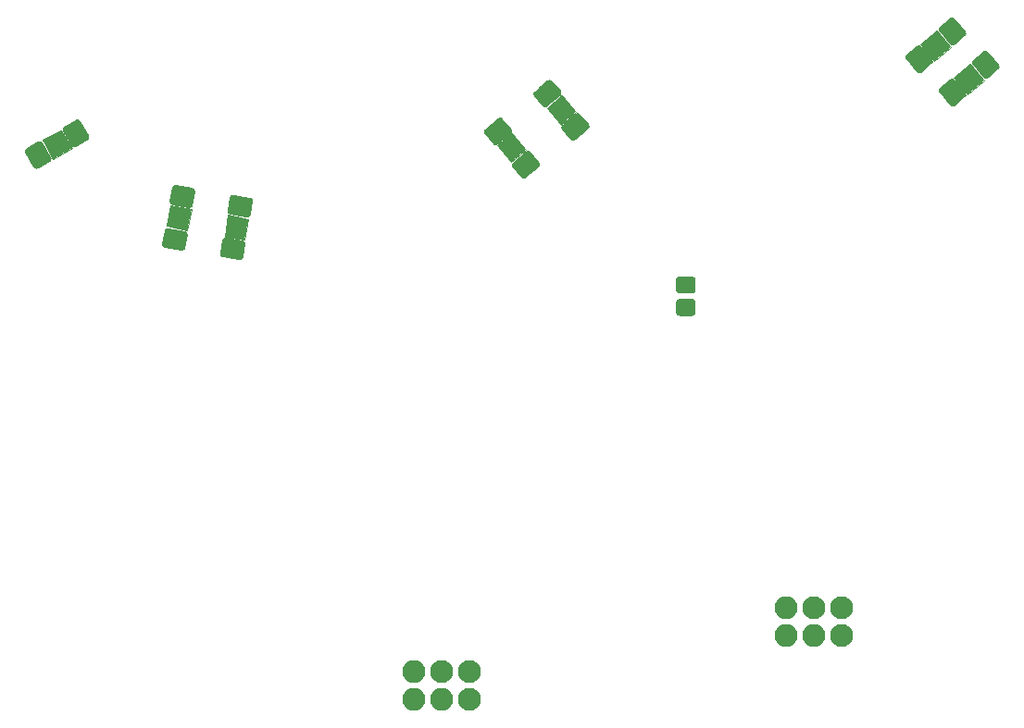
<source format=gbr>
G04 #@! TF.GenerationSoftware,KiCad,Pcbnew,(5.1.2)-1*
G04 #@! TF.CreationDate,2019-06-03T17:34:52+01:00*
G04 #@! TF.ProjectId,Lord Commander,4c6f7264-2043-46f6-9d6d-616e6465722e,rev?*
G04 #@! TF.SameCoordinates,Original*
G04 #@! TF.FileFunction,Soldermask,Bot*
G04 #@! TF.FilePolarity,Negative*
%FSLAX46Y46*%
G04 Gerber Fmt 4.6, Leading zero omitted, Abs format (unit mm)*
G04 Created by KiCad (PCBNEW (5.1.2)-1) date 2019-06-03 17:34:52*
%MOMM*%
%LPD*%
G04 APERTURE LIST*
%ADD10C,0.100000*%
%ADD11C,2.100000*%
%ADD12O,2.100000X2.100000*%
%ADD13C,1.825000*%
%ADD14C,1.550000*%
G04 APERTURE END LIST*
D10*
G36*
X-40894000Y9779000D02*
G01*
X-42672000Y8763000D01*
X-43561000Y10541000D01*
X-41910000Y11430000D01*
X-40894000Y9779000D01*
G37*
X-40894000Y9779000D02*
X-42672000Y8763000D01*
X-43561000Y10541000D01*
X-41910000Y11430000D01*
X-40894000Y9779000D01*
G36*
X-29972000Y4191000D02*
G01*
X-30353000Y2286000D01*
X-32258000Y2667000D01*
X-31877000Y4572000D01*
X-29972000Y4191000D01*
G37*
X-29972000Y4191000D02*
X-30353000Y2286000D01*
X-32258000Y2667000D01*
X-31877000Y4572000D01*
X-29972000Y4191000D01*
G36*
X-24765000Y3302000D02*
G01*
X-25146000Y1397000D01*
X-26924000Y1651000D01*
X-26670000Y3683000D01*
X-24765000Y3302000D01*
G37*
X-24765000Y3302000D02*
X-25146000Y1397000D01*
X-26924000Y1651000D01*
X-26670000Y3683000D01*
X-24765000Y3302000D01*
G36*
X635000Y9652000D02*
G01*
X-762000Y8509000D01*
X-2032000Y10033000D01*
X-635000Y11176000D01*
X635000Y9652000D01*
G37*
X635000Y9652000D02*
X-762000Y8509000D01*
X-2032000Y10033000D01*
X-635000Y11176000D01*
X635000Y9652000D01*
G36*
X5207000Y13081000D02*
G01*
X3810000Y11938000D01*
X2540000Y13462000D01*
X3937000Y14605000D01*
X5207000Y13081000D01*
G37*
X5207000Y13081000D02*
X3810000Y11938000D01*
X2540000Y13462000D01*
X3937000Y14605000D01*
X5207000Y13081000D01*
G36*
X39497000Y19050000D02*
G01*
X37973000Y17780000D01*
X36703000Y19304000D01*
X38227000Y20574000D01*
X39497000Y19050000D01*
G37*
X39497000Y19050000D02*
X37973000Y17780000D01*
X36703000Y19304000D01*
X38227000Y20574000D01*
X39497000Y19050000D01*
G36*
X42545000Y16002000D02*
G01*
X41021000Y14732000D01*
X39751000Y16256000D01*
X41275000Y17526000D01*
X42545000Y16002000D01*
G37*
X42545000Y16002000D02*
X41021000Y14732000D01*
X39751000Y16256000D01*
X41275000Y17526000D01*
X42545000Y16002000D01*
D11*
X26924000Y-32258000D03*
X29464000Y-32258000D03*
X29464000Y-34798000D03*
D12*
X26924000Y-34798000D03*
X24384000Y-32258000D03*
X24384000Y-34798000D03*
X-9652000Y-40640000D03*
X-9652000Y-38100000D03*
X-7112000Y-40640000D03*
D11*
X-4572000Y-40640000D03*
X-4572000Y-38100000D03*
X-7112000Y-38100000D03*
D10*
G36*
X42667002Y18710197D02*
G01*
X42698053Y18705936D01*
X42728537Y18698653D01*
X42758161Y18688417D01*
X42786638Y18675326D01*
X42813695Y18659507D01*
X42839071Y18641113D01*
X42862522Y18620319D01*
X42883823Y18597327D01*
X43855235Y17439642D01*
X43874178Y17414673D01*
X43890584Y17387968D01*
X43904292Y17359783D01*
X43915172Y17330390D01*
X43923119Y17300072D01*
X43928056Y17269121D01*
X43929935Y17237836D01*
X43928739Y17206516D01*
X43924478Y17175465D01*
X43917195Y17144981D01*
X43906959Y17115358D01*
X43893868Y17086881D01*
X43878049Y17059824D01*
X43859654Y17034448D01*
X43838861Y17010996D01*
X43815869Y16989697D01*
X42907149Y16227190D01*
X42882180Y16208246D01*
X42855475Y16191840D01*
X42827290Y16178132D01*
X42797897Y16167252D01*
X42767579Y16159305D01*
X42736628Y16154368D01*
X42705343Y16152489D01*
X42674024Y16153685D01*
X42642973Y16157946D01*
X42612489Y16165229D01*
X42582865Y16175465D01*
X42554388Y16188556D01*
X42527331Y16204375D01*
X42501955Y16222769D01*
X42478504Y16243563D01*
X42457203Y16266555D01*
X41485791Y17424240D01*
X41466848Y17449209D01*
X41450442Y17475914D01*
X41436734Y17504099D01*
X41425854Y17533492D01*
X41417907Y17563810D01*
X41412970Y17594761D01*
X41411091Y17626046D01*
X41412287Y17657366D01*
X41416548Y17688417D01*
X41423831Y17718901D01*
X41434067Y17748524D01*
X41447158Y17777001D01*
X41462977Y17804058D01*
X41481372Y17829434D01*
X41502165Y17852886D01*
X41525157Y17874185D01*
X42433877Y18636692D01*
X42458846Y18655636D01*
X42485551Y18672042D01*
X42513736Y18685750D01*
X42543129Y18696630D01*
X42573447Y18704577D01*
X42604398Y18709514D01*
X42635683Y18711393D01*
X42667002Y18710197D01*
X42667002Y18710197D01*
G37*
D13*
X42670513Y17431941D03*
D10*
G36*
X39621976Y16155115D02*
G01*
X39653027Y16150854D01*
X39683511Y16143571D01*
X39713135Y16133335D01*
X39741612Y16120244D01*
X39768669Y16104425D01*
X39794045Y16086031D01*
X39817496Y16065237D01*
X39838797Y16042245D01*
X40810209Y14884560D01*
X40829152Y14859591D01*
X40845558Y14832886D01*
X40859266Y14804701D01*
X40870146Y14775308D01*
X40878093Y14744990D01*
X40883030Y14714039D01*
X40884909Y14682754D01*
X40883713Y14651434D01*
X40879452Y14620383D01*
X40872169Y14589899D01*
X40861933Y14560276D01*
X40848842Y14531799D01*
X40833023Y14504742D01*
X40814628Y14479366D01*
X40793835Y14455914D01*
X40770843Y14434615D01*
X39862123Y13672108D01*
X39837154Y13653164D01*
X39810449Y13636758D01*
X39782264Y13623050D01*
X39752871Y13612170D01*
X39722553Y13604223D01*
X39691602Y13599286D01*
X39660317Y13597407D01*
X39628998Y13598603D01*
X39597947Y13602864D01*
X39567463Y13610147D01*
X39537839Y13620383D01*
X39509362Y13633474D01*
X39482305Y13649293D01*
X39456929Y13667687D01*
X39433478Y13688481D01*
X39412177Y13711473D01*
X38440765Y14869158D01*
X38421822Y14894127D01*
X38405416Y14920832D01*
X38391708Y14949017D01*
X38380828Y14978410D01*
X38372881Y15008728D01*
X38367944Y15039679D01*
X38366065Y15070964D01*
X38367261Y15102284D01*
X38371522Y15133335D01*
X38378805Y15163819D01*
X38389041Y15193442D01*
X38402132Y15221919D01*
X38417951Y15248976D01*
X38436346Y15274352D01*
X38457139Y15297804D01*
X38480131Y15319103D01*
X39388851Y16081610D01*
X39413820Y16100554D01*
X39440525Y16116960D01*
X39468710Y16130668D01*
X39498103Y16141548D01*
X39528421Y16149495D01*
X39559372Y16154432D01*
X39590657Y16156311D01*
X39621976Y16155115D01*
X39621976Y16155115D01*
G37*
D13*
X39625487Y14876859D03*
D10*
G36*
X-43830089Y10435894D02*
G01*
X-43798952Y10432312D01*
X-43768317Y10425696D01*
X-43738477Y10416108D01*
X-43709721Y10403642D01*
X-43682325Y10388417D01*
X-43656554Y10370580D01*
X-43632655Y10350303D01*
X-43610858Y10327782D01*
X-43591374Y10303232D01*
X-43574390Y10276890D01*
X-42818765Y8968109D01*
X-42804445Y8940230D01*
X-42792926Y8911082D01*
X-42784320Y8880944D01*
X-42778709Y8850109D01*
X-42776148Y8818872D01*
X-42776661Y8787534D01*
X-42780243Y8756397D01*
X-42786859Y8725762D01*
X-42796447Y8695922D01*
X-42808913Y8667166D01*
X-42824138Y8639770D01*
X-42841975Y8613999D01*
X-42862252Y8590100D01*
X-42884773Y8568303D01*
X-42909323Y8548819D01*
X-42935665Y8531835D01*
X-43962988Y7938710D01*
X-43990867Y7924390D01*
X-44020015Y7912871D01*
X-44050153Y7904265D01*
X-44080988Y7898654D01*
X-44112225Y7896093D01*
X-44143563Y7896606D01*
X-44174700Y7900188D01*
X-44205335Y7906804D01*
X-44235175Y7916392D01*
X-44263931Y7928858D01*
X-44291327Y7944083D01*
X-44317098Y7961920D01*
X-44340997Y7982197D01*
X-44362794Y8004718D01*
X-44382278Y8029268D01*
X-44399262Y8055610D01*
X-45154887Y9364391D01*
X-45169207Y9392270D01*
X-45180726Y9421418D01*
X-45189332Y9451556D01*
X-45194943Y9482391D01*
X-45197504Y9513628D01*
X-45196991Y9544966D01*
X-45193409Y9576103D01*
X-45186793Y9606738D01*
X-45177205Y9636578D01*
X-45164739Y9665334D01*
X-45149514Y9692730D01*
X-45131677Y9718501D01*
X-45111400Y9742400D01*
X-45088879Y9764197D01*
X-45064329Y9783681D01*
X-45037987Y9800665D01*
X-44010664Y10393790D01*
X-43982785Y10408110D01*
X-43953637Y10419629D01*
X-43923499Y10428235D01*
X-43892664Y10433846D01*
X-43861427Y10436407D01*
X-43830089Y10435894D01*
X-43830089Y10435894D01*
G37*
D13*
X-43986826Y9166250D03*
D10*
G36*
X-40387637Y12423394D02*
G01*
X-40356500Y12419812D01*
X-40325865Y12413196D01*
X-40296025Y12403608D01*
X-40267269Y12391142D01*
X-40239873Y12375917D01*
X-40214102Y12358080D01*
X-40190203Y12337803D01*
X-40168406Y12315282D01*
X-40148922Y12290732D01*
X-40131938Y12264390D01*
X-39376313Y10955609D01*
X-39361993Y10927730D01*
X-39350474Y10898582D01*
X-39341868Y10868444D01*
X-39336257Y10837609D01*
X-39333696Y10806372D01*
X-39334209Y10775034D01*
X-39337791Y10743897D01*
X-39344407Y10713262D01*
X-39353995Y10683422D01*
X-39366461Y10654666D01*
X-39381686Y10627270D01*
X-39399523Y10601499D01*
X-39419800Y10577600D01*
X-39442321Y10555803D01*
X-39466871Y10536319D01*
X-39493213Y10519335D01*
X-40520536Y9926210D01*
X-40548415Y9911890D01*
X-40577563Y9900371D01*
X-40607701Y9891765D01*
X-40638536Y9886154D01*
X-40669773Y9883593D01*
X-40701111Y9884106D01*
X-40732248Y9887688D01*
X-40762883Y9894304D01*
X-40792723Y9903892D01*
X-40821479Y9916358D01*
X-40848875Y9931583D01*
X-40874646Y9949420D01*
X-40898545Y9969697D01*
X-40920342Y9992218D01*
X-40939826Y10016768D01*
X-40956810Y10043110D01*
X-41712435Y11351891D01*
X-41726755Y11379770D01*
X-41738274Y11408918D01*
X-41746880Y11439056D01*
X-41752491Y11469891D01*
X-41755052Y11501128D01*
X-41754539Y11532466D01*
X-41750957Y11563603D01*
X-41744341Y11594238D01*
X-41734753Y11624078D01*
X-41722287Y11652834D01*
X-41707062Y11680230D01*
X-41689225Y11706001D01*
X-41668948Y11729900D01*
X-41646427Y11751697D01*
X-41621877Y11771181D01*
X-41595535Y11788165D01*
X-40568212Y12381290D01*
X-40540333Y12395610D01*
X-40511185Y12407129D01*
X-40481047Y12415735D01*
X-40450212Y12421346D01*
X-40418975Y12423907D01*
X-40387637Y12423394D01*
X-40387637Y12423394D01*
G37*
D13*
X-40544374Y11153750D03*
D10*
G36*
X39619002Y21758197D02*
G01*
X39650053Y21753936D01*
X39680537Y21746653D01*
X39710161Y21736417D01*
X39738638Y21723326D01*
X39765695Y21707507D01*
X39791071Y21689113D01*
X39814522Y21668319D01*
X39835823Y21645327D01*
X40807235Y20487642D01*
X40826178Y20462673D01*
X40842584Y20435968D01*
X40856292Y20407783D01*
X40867172Y20378390D01*
X40875119Y20348072D01*
X40880056Y20317121D01*
X40881935Y20285836D01*
X40880739Y20254516D01*
X40876478Y20223465D01*
X40869195Y20192981D01*
X40858959Y20163358D01*
X40845868Y20134881D01*
X40830049Y20107824D01*
X40811654Y20082448D01*
X40790861Y20058996D01*
X40767869Y20037697D01*
X39859149Y19275190D01*
X39834180Y19256246D01*
X39807475Y19239840D01*
X39779290Y19226132D01*
X39749897Y19215252D01*
X39719579Y19207305D01*
X39688628Y19202368D01*
X39657343Y19200489D01*
X39626024Y19201685D01*
X39594973Y19205946D01*
X39564489Y19213229D01*
X39534865Y19223465D01*
X39506388Y19236556D01*
X39479331Y19252375D01*
X39453955Y19270769D01*
X39430504Y19291563D01*
X39409203Y19314555D01*
X38437791Y20472240D01*
X38418848Y20497209D01*
X38402442Y20523914D01*
X38388734Y20552099D01*
X38377854Y20581492D01*
X38369907Y20611810D01*
X38364970Y20642761D01*
X38363091Y20674046D01*
X38364287Y20705366D01*
X38368548Y20736417D01*
X38375831Y20766901D01*
X38386067Y20796524D01*
X38399158Y20825001D01*
X38414977Y20852058D01*
X38433372Y20877434D01*
X38454165Y20900886D01*
X38477157Y20922185D01*
X39385877Y21684692D01*
X39410846Y21703636D01*
X39437551Y21720042D01*
X39465736Y21733750D01*
X39495129Y21744630D01*
X39525447Y21752577D01*
X39556398Y21757514D01*
X39587683Y21759393D01*
X39619002Y21758197D01*
X39619002Y21758197D01*
G37*
D13*
X39622513Y20479941D03*
D10*
G36*
X36573976Y19203115D02*
G01*
X36605027Y19198854D01*
X36635511Y19191571D01*
X36665135Y19181335D01*
X36693612Y19168244D01*
X36720669Y19152425D01*
X36746045Y19134031D01*
X36769496Y19113237D01*
X36790797Y19090245D01*
X37762209Y17932560D01*
X37781152Y17907591D01*
X37797558Y17880886D01*
X37811266Y17852701D01*
X37822146Y17823308D01*
X37830093Y17792990D01*
X37835030Y17762039D01*
X37836909Y17730754D01*
X37835713Y17699434D01*
X37831452Y17668383D01*
X37824169Y17637899D01*
X37813933Y17608276D01*
X37800842Y17579799D01*
X37785023Y17552742D01*
X37766628Y17527366D01*
X37745835Y17503914D01*
X37722843Y17482615D01*
X36814123Y16720108D01*
X36789154Y16701164D01*
X36762449Y16684758D01*
X36734264Y16671050D01*
X36704871Y16660170D01*
X36674553Y16652223D01*
X36643602Y16647286D01*
X36612317Y16645407D01*
X36580998Y16646603D01*
X36549947Y16650864D01*
X36519463Y16658147D01*
X36489839Y16668383D01*
X36461362Y16681474D01*
X36434305Y16697293D01*
X36408929Y16715687D01*
X36385478Y16736481D01*
X36364177Y16759473D01*
X35392765Y17917158D01*
X35373822Y17942127D01*
X35357416Y17968832D01*
X35343708Y17997017D01*
X35332828Y18026410D01*
X35324881Y18056728D01*
X35319944Y18087679D01*
X35318065Y18118964D01*
X35319261Y18150284D01*
X35323522Y18181335D01*
X35330805Y18211819D01*
X35341041Y18241442D01*
X35354132Y18269919D01*
X35369951Y18296976D01*
X35388346Y18322352D01*
X35409139Y18345804D01*
X35432131Y18367103D01*
X36340851Y19129610D01*
X36365820Y19148554D01*
X36392525Y19164960D01*
X36420710Y19178668D01*
X36450103Y19189548D01*
X36480421Y19197495D01*
X36511372Y19202432D01*
X36542657Y19204311D01*
X36573976Y19203115D01*
X36573976Y19203115D01*
G37*
D13*
X36577487Y17924859D03*
D10*
G36*
X842566Y9540113D02*
G01*
X873617Y9535852D01*
X904101Y9528569D01*
X933724Y9518333D01*
X962201Y9505242D01*
X989258Y9489423D01*
X1014634Y9471028D01*
X1038086Y9450235D01*
X1059385Y9427243D01*
X1821892Y8518523D01*
X1840836Y8493554D01*
X1857242Y8466849D01*
X1870950Y8438664D01*
X1881830Y8409271D01*
X1889777Y8378953D01*
X1894714Y8348002D01*
X1896593Y8316717D01*
X1895397Y8285398D01*
X1891136Y8254347D01*
X1883853Y8223863D01*
X1873617Y8194239D01*
X1860526Y8165762D01*
X1844707Y8138705D01*
X1826313Y8113329D01*
X1805519Y8089878D01*
X1782527Y8068577D01*
X624842Y7097165D01*
X599873Y7078222D01*
X573168Y7061816D01*
X544983Y7048108D01*
X515590Y7037228D01*
X485272Y7029281D01*
X454321Y7024344D01*
X423036Y7022465D01*
X391716Y7023661D01*
X360665Y7027922D01*
X330181Y7035205D01*
X300558Y7045441D01*
X272081Y7058532D01*
X245024Y7074351D01*
X219648Y7092746D01*
X196196Y7113539D01*
X174897Y7136531D01*
X-587610Y8045251D01*
X-606554Y8070220D01*
X-622960Y8096925D01*
X-636668Y8125110D01*
X-647548Y8154503D01*
X-655495Y8184821D01*
X-660432Y8215772D01*
X-662311Y8247057D01*
X-661115Y8278376D01*
X-656854Y8309427D01*
X-649571Y8339911D01*
X-639335Y8369535D01*
X-626244Y8398012D01*
X-610425Y8425069D01*
X-592031Y8450445D01*
X-571237Y8473896D01*
X-548245Y8495197D01*
X609440Y9466609D01*
X634409Y9485552D01*
X661114Y9501958D01*
X689299Y9515666D01*
X718692Y9526546D01*
X749010Y9534493D01*
X779961Y9539430D01*
X811246Y9541309D01*
X842566Y9540113D01*
X842566Y9540113D01*
G37*
D13*
X617141Y8281887D03*
D10*
G36*
X-1712516Y12585139D02*
G01*
X-1681465Y12580878D01*
X-1650981Y12573595D01*
X-1621358Y12563359D01*
X-1592881Y12550268D01*
X-1565824Y12534449D01*
X-1540448Y12516054D01*
X-1516996Y12495261D01*
X-1495697Y12472269D01*
X-733190Y11563549D01*
X-714246Y11538580D01*
X-697840Y11511875D01*
X-684132Y11483690D01*
X-673252Y11454297D01*
X-665305Y11423979D01*
X-660368Y11393028D01*
X-658489Y11361743D01*
X-659685Y11330424D01*
X-663946Y11299373D01*
X-671229Y11268889D01*
X-681465Y11239265D01*
X-694556Y11210788D01*
X-710375Y11183731D01*
X-728769Y11158355D01*
X-749563Y11134904D01*
X-772555Y11113603D01*
X-1930240Y10142191D01*
X-1955209Y10123248D01*
X-1981914Y10106842D01*
X-2010099Y10093134D01*
X-2039492Y10082254D01*
X-2069810Y10074307D01*
X-2100761Y10069370D01*
X-2132046Y10067491D01*
X-2163366Y10068687D01*
X-2194417Y10072948D01*
X-2224901Y10080231D01*
X-2254524Y10090467D01*
X-2283001Y10103558D01*
X-2310058Y10119377D01*
X-2335434Y10137772D01*
X-2358886Y10158565D01*
X-2380185Y10181557D01*
X-3142692Y11090277D01*
X-3161636Y11115246D01*
X-3178042Y11141951D01*
X-3191750Y11170136D01*
X-3202630Y11199529D01*
X-3210577Y11229847D01*
X-3215514Y11260798D01*
X-3217393Y11292083D01*
X-3216197Y11323402D01*
X-3211936Y11354453D01*
X-3204653Y11384937D01*
X-3194417Y11414561D01*
X-3181326Y11443038D01*
X-3165507Y11470095D01*
X-3147113Y11495471D01*
X-3126319Y11518922D01*
X-3103327Y11540223D01*
X-1945642Y12511635D01*
X-1920673Y12530578D01*
X-1893968Y12546984D01*
X-1865783Y12560692D01*
X-1836390Y12571572D01*
X-1806072Y12579519D01*
X-1775121Y12584456D01*
X-1743836Y12586335D01*
X-1712516Y12585139D01*
X-1712516Y12585139D01*
G37*
D13*
X-1937941Y11326913D03*
D10*
G36*
X-26128861Y5531077D02*
G01*
X-26097765Y5527156D01*
X-24609475Y5264730D01*
X-24578913Y5257780D01*
X-24549180Y5247867D01*
X-24520562Y5235088D01*
X-24493334Y5219565D01*
X-24467758Y5201448D01*
X-24444082Y5180912D01*
X-24422532Y5158154D01*
X-24403317Y5133393D01*
X-24386622Y5106868D01*
X-24372606Y5078834D01*
X-24361406Y5049562D01*
X-24353129Y5019332D01*
X-24347855Y4988437D01*
X-24345635Y4957174D01*
X-24346490Y4925844D01*
X-24350411Y4894748D01*
X-24556401Y3726520D01*
X-24563351Y3695959D01*
X-24573264Y3666225D01*
X-24586043Y3637607D01*
X-24601566Y3610379D01*
X-24619683Y3584804D01*
X-24640219Y3561127D01*
X-24662977Y3539577D01*
X-24687738Y3520362D01*
X-24714263Y3503667D01*
X-24742297Y3489651D01*
X-24771569Y3478451D01*
X-24801799Y3470174D01*
X-24832694Y3464900D01*
X-24863957Y3462680D01*
X-24895287Y3463535D01*
X-24926383Y3467456D01*
X-26414673Y3729882D01*
X-26445235Y3736832D01*
X-26474968Y3746745D01*
X-26503586Y3759524D01*
X-26530814Y3775047D01*
X-26556390Y3793164D01*
X-26580066Y3813700D01*
X-26601616Y3836458D01*
X-26620831Y3861219D01*
X-26637526Y3887744D01*
X-26651542Y3915778D01*
X-26662742Y3945050D01*
X-26671019Y3975280D01*
X-26676293Y4006175D01*
X-26678513Y4037438D01*
X-26677658Y4068768D01*
X-26673737Y4099864D01*
X-26467747Y5268092D01*
X-26460797Y5298653D01*
X-26450884Y5328387D01*
X-26438105Y5357005D01*
X-26422582Y5384233D01*
X-26404465Y5409808D01*
X-26383929Y5433485D01*
X-26361171Y5455035D01*
X-26336410Y5474250D01*
X-26309885Y5490945D01*
X-26281851Y5504961D01*
X-26252579Y5516161D01*
X-26222349Y5524438D01*
X-26191454Y5529712D01*
X-26160191Y5531932D01*
X-26128861Y5531077D01*
X-26128861Y5531077D01*
G37*
D13*
X-25512074Y4497306D03*
D10*
G36*
X-26819113Y1616465D02*
G01*
X-26788017Y1612544D01*
X-25299727Y1350118D01*
X-25269165Y1343168D01*
X-25239432Y1333255D01*
X-25210814Y1320476D01*
X-25183586Y1304953D01*
X-25158010Y1286836D01*
X-25134334Y1266300D01*
X-25112784Y1243542D01*
X-25093569Y1218781D01*
X-25076874Y1192256D01*
X-25062858Y1164222D01*
X-25051658Y1134950D01*
X-25043381Y1104720D01*
X-25038107Y1073825D01*
X-25035887Y1042562D01*
X-25036742Y1011232D01*
X-25040663Y980136D01*
X-25246653Y-188092D01*
X-25253603Y-218653D01*
X-25263516Y-248387D01*
X-25276295Y-277005D01*
X-25291818Y-304233D01*
X-25309935Y-329808D01*
X-25330471Y-353485D01*
X-25353229Y-375035D01*
X-25377990Y-394250D01*
X-25404515Y-410945D01*
X-25432549Y-424961D01*
X-25461821Y-436161D01*
X-25492051Y-444438D01*
X-25522946Y-449712D01*
X-25554209Y-451932D01*
X-25585539Y-451077D01*
X-25616635Y-447156D01*
X-27104925Y-184730D01*
X-27135487Y-177780D01*
X-27165220Y-167867D01*
X-27193838Y-155088D01*
X-27221066Y-139565D01*
X-27246642Y-121448D01*
X-27270318Y-100912D01*
X-27291868Y-78154D01*
X-27311083Y-53393D01*
X-27327778Y-26868D01*
X-27341794Y1166D01*
X-27352994Y30438D01*
X-27361271Y60668D01*
X-27366545Y91563D01*
X-27368765Y122826D01*
X-27367910Y154156D01*
X-27363989Y185252D01*
X-27157999Y1353480D01*
X-27151049Y1384041D01*
X-27141136Y1413775D01*
X-27128357Y1442393D01*
X-27112834Y1469621D01*
X-27094717Y1495196D01*
X-27074181Y1518873D01*
X-27051423Y1540423D01*
X-27026662Y1559638D01*
X-27000137Y1576333D01*
X-26972103Y1590349D01*
X-26942831Y1601549D01*
X-26912601Y1609826D01*
X-26881706Y1615100D01*
X-26850443Y1617320D01*
X-26819113Y1616465D01*
X-26819113Y1616465D01*
G37*
D13*
X-26202326Y582694D03*
D10*
G36*
X5363766Y12994513D02*
G01*
X5394817Y12990252D01*
X5425301Y12982969D01*
X5454924Y12972733D01*
X5483401Y12959642D01*
X5510458Y12943823D01*
X5535834Y12925428D01*
X5559286Y12904635D01*
X5580585Y12881643D01*
X6343092Y11972923D01*
X6362036Y11947954D01*
X6378442Y11921249D01*
X6392150Y11893064D01*
X6403030Y11863671D01*
X6410977Y11833353D01*
X6415914Y11802402D01*
X6417793Y11771117D01*
X6416597Y11739798D01*
X6412336Y11708747D01*
X6405053Y11678263D01*
X6394817Y11648639D01*
X6381726Y11620162D01*
X6365907Y11593105D01*
X6347513Y11567729D01*
X6326719Y11544278D01*
X6303727Y11522977D01*
X5146042Y10551565D01*
X5121073Y10532622D01*
X5094368Y10516216D01*
X5066183Y10502508D01*
X5036790Y10491628D01*
X5006472Y10483681D01*
X4975521Y10478744D01*
X4944236Y10476865D01*
X4912916Y10478061D01*
X4881865Y10482322D01*
X4851381Y10489605D01*
X4821758Y10499841D01*
X4793281Y10512932D01*
X4766224Y10528751D01*
X4740848Y10547146D01*
X4717396Y10567939D01*
X4696097Y10590931D01*
X3933590Y11499651D01*
X3914646Y11524620D01*
X3898240Y11551325D01*
X3884532Y11579510D01*
X3873652Y11608903D01*
X3865705Y11639221D01*
X3860768Y11670172D01*
X3858889Y11701457D01*
X3860085Y11732776D01*
X3864346Y11763827D01*
X3871629Y11794311D01*
X3881865Y11823935D01*
X3894956Y11852412D01*
X3910775Y11879469D01*
X3929169Y11904845D01*
X3949963Y11928296D01*
X3972955Y11949597D01*
X5130640Y12921009D01*
X5155609Y12939952D01*
X5182314Y12956358D01*
X5210499Y12970066D01*
X5239892Y12980946D01*
X5270210Y12988893D01*
X5301161Y12993830D01*
X5332446Y12995709D01*
X5363766Y12994513D01*
X5363766Y12994513D01*
G37*
D13*
X5138341Y11736287D03*
D10*
G36*
X2808684Y16039539D02*
G01*
X2839735Y16035278D01*
X2870219Y16027995D01*
X2899842Y16017759D01*
X2928319Y16004668D01*
X2955376Y15988849D01*
X2980752Y15970454D01*
X3004204Y15949661D01*
X3025503Y15926669D01*
X3788010Y15017949D01*
X3806954Y14992980D01*
X3823360Y14966275D01*
X3837068Y14938090D01*
X3847948Y14908697D01*
X3855895Y14878379D01*
X3860832Y14847428D01*
X3862711Y14816143D01*
X3861515Y14784824D01*
X3857254Y14753773D01*
X3849971Y14723289D01*
X3839735Y14693665D01*
X3826644Y14665188D01*
X3810825Y14638131D01*
X3792431Y14612755D01*
X3771637Y14589304D01*
X3748645Y14568003D01*
X2590960Y13596591D01*
X2565991Y13577648D01*
X2539286Y13561242D01*
X2511101Y13547534D01*
X2481708Y13536654D01*
X2451390Y13528707D01*
X2420439Y13523770D01*
X2389154Y13521891D01*
X2357834Y13523087D01*
X2326783Y13527348D01*
X2296299Y13534631D01*
X2266676Y13544867D01*
X2238199Y13557958D01*
X2211142Y13573777D01*
X2185766Y13592172D01*
X2162314Y13612965D01*
X2141015Y13635957D01*
X1378508Y14544677D01*
X1359564Y14569646D01*
X1343158Y14596351D01*
X1329450Y14624536D01*
X1318570Y14653929D01*
X1310623Y14684247D01*
X1305686Y14715198D01*
X1303807Y14746483D01*
X1305003Y14777802D01*
X1309264Y14808853D01*
X1316547Y14839337D01*
X1326783Y14868961D01*
X1339874Y14897438D01*
X1355693Y14924495D01*
X1374087Y14949871D01*
X1394881Y14973322D01*
X1417873Y14994623D01*
X2575558Y15966035D01*
X2600527Y15984978D01*
X2627232Y16001384D01*
X2655417Y16015092D01*
X2684810Y16025972D01*
X2715128Y16033919D01*
X2746079Y16038856D01*
X2777364Y16040735D01*
X2808684Y16039539D01*
X2808684Y16039539D01*
G37*
D13*
X2583259Y14781313D03*
D10*
G36*
X-31412061Y6394677D02*
G01*
X-31380965Y6390756D01*
X-29892675Y6128330D01*
X-29862113Y6121380D01*
X-29832380Y6111467D01*
X-29803762Y6098688D01*
X-29776534Y6083165D01*
X-29750958Y6065048D01*
X-29727282Y6044512D01*
X-29705732Y6021754D01*
X-29686517Y5996993D01*
X-29669822Y5970468D01*
X-29655806Y5942434D01*
X-29644606Y5913162D01*
X-29636329Y5882932D01*
X-29631055Y5852037D01*
X-29628835Y5820774D01*
X-29629690Y5789444D01*
X-29633611Y5758348D01*
X-29839601Y4590120D01*
X-29846551Y4559559D01*
X-29856464Y4529825D01*
X-29869243Y4501207D01*
X-29884766Y4473979D01*
X-29902883Y4448404D01*
X-29923419Y4424727D01*
X-29946177Y4403177D01*
X-29970938Y4383962D01*
X-29997463Y4367267D01*
X-30025497Y4353251D01*
X-30054769Y4342051D01*
X-30084999Y4333774D01*
X-30115894Y4328500D01*
X-30147157Y4326280D01*
X-30178487Y4327135D01*
X-30209583Y4331056D01*
X-31697873Y4593482D01*
X-31728435Y4600432D01*
X-31758168Y4610345D01*
X-31786786Y4623124D01*
X-31814014Y4638647D01*
X-31839590Y4656764D01*
X-31863266Y4677300D01*
X-31884816Y4700058D01*
X-31904031Y4724819D01*
X-31920726Y4751344D01*
X-31934742Y4779378D01*
X-31945942Y4808650D01*
X-31954219Y4838880D01*
X-31959493Y4869775D01*
X-31961713Y4901038D01*
X-31960858Y4932368D01*
X-31956937Y4963464D01*
X-31750947Y6131692D01*
X-31743997Y6162253D01*
X-31734084Y6191987D01*
X-31721305Y6220605D01*
X-31705782Y6247833D01*
X-31687665Y6273408D01*
X-31667129Y6297085D01*
X-31644371Y6318635D01*
X-31619610Y6337850D01*
X-31593085Y6354545D01*
X-31565051Y6368561D01*
X-31535779Y6379761D01*
X-31505549Y6388038D01*
X-31474654Y6393312D01*
X-31443391Y6395532D01*
X-31412061Y6394677D01*
X-31412061Y6394677D01*
G37*
D13*
X-30795274Y5360906D03*
D10*
G36*
X-32102313Y2480065D02*
G01*
X-32071217Y2476144D01*
X-30582927Y2213718D01*
X-30552365Y2206768D01*
X-30522632Y2196855D01*
X-30494014Y2184076D01*
X-30466786Y2168553D01*
X-30441210Y2150436D01*
X-30417534Y2129900D01*
X-30395984Y2107142D01*
X-30376769Y2082381D01*
X-30360074Y2055856D01*
X-30346058Y2027822D01*
X-30334858Y1998550D01*
X-30326581Y1968320D01*
X-30321307Y1937425D01*
X-30319087Y1906162D01*
X-30319942Y1874832D01*
X-30323863Y1843736D01*
X-30529853Y675508D01*
X-30536803Y644947D01*
X-30546716Y615213D01*
X-30559495Y586595D01*
X-30575018Y559367D01*
X-30593135Y533792D01*
X-30613671Y510115D01*
X-30636429Y488565D01*
X-30661190Y469350D01*
X-30687715Y452655D01*
X-30715749Y438639D01*
X-30745021Y427439D01*
X-30775251Y419162D01*
X-30806146Y413888D01*
X-30837409Y411668D01*
X-30868739Y412523D01*
X-30899835Y416444D01*
X-32388125Y678870D01*
X-32418687Y685820D01*
X-32448420Y695733D01*
X-32477038Y708512D01*
X-32504266Y724035D01*
X-32529842Y742152D01*
X-32553518Y762688D01*
X-32575068Y785446D01*
X-32594283Y810207D01*
X-32610978Y836732D01*
X-32624994Y864766D01*
X-32636194Y894038D01*
X-32644471Y924268D01*
X-32649745Y955163D01*
X-32651965Y986426D01*
X-32651110Y1017756D01*
X-32647189Y1048852D01*
X-32441199Y2217080D01*
X-32434249Y2247641D01*
X-32424336Y2277375D01*
X-32411557Y2305993D01*
X-32396034Y2333221D01*
X-32377917Y2358796D01*
X-32357381Y2382473D01*
X-32334623Y2404023D01*
X-32309862Y2423238D01*
X-32283337Y2439933D01*
X-32255303Y2453949D01*
X-32226031Y2465149D01*
X-32195801Y2473426D01*
X-32164906Y2478700D01*
X-32133643Y2480920D01*
X-32102313Y2480065D01*
X-32102313Y2480065D01*
G37*
D13*
X-31485526Y1446294D03*
D10*
G36*
X15836071Y-4010823D02*
G01*
X15868781Y-4015675D01*
X15900857Y-4023709D01*
X15931991Y-4034849D01*
X15961884Y-4048987D01*
X15990247Y-4065987D01*
X16016807Y-4085685D01*
X16041308Y-4107892D01*
X16063515Y-4132393D01*
X16083213Y-4158953D01*
X16100213Y-4187316D01*
X16114351Y-4217209D01*
X16125491Y-4248343D01*
X16133525Y-4280419D01*
X16138377Y-4313129D01*
X16140000Y-4346156D01*
X16140000Y-5222244D01*
X16138377Y-5255271D01*
X16133525Y-5287981D01*
X16125491Y-5320057D01*
X16114351Y-5351191D01*
X16100213Y-5381084D01*
X16083213Y-5409447D01*
X16063515Y-5436007D01*
X16041308Y-5460508D01*
X16016807Y-5482715D01*
X15990247Y-5502413D01*
X15961884Y-5519413D01*
X15931991Y-5533551D01*
X15900857Y-5544691D01*
X15868781Y-5552725D01*
X15836071Y-5557577D01*
X15803044Y-5559200D01*
X14676956Y-5559200D01*
X14643929Y-5557577D01*
X14611219Y-5552725D01*
X14579143Y-5544691D01*
X14548009Y-5533551D01*
X14518116Y-5519413D01*
X14489753Y-5502413D01*
X14463193Y-5482715D01*
X14438692Y-5460508D01*
X14416485Y-5436007D01*
X14396787Y-5409447D01*
X14379787Y-5381084D01*
X14365649Y-5351191D01*
X14354509Y-5320057D01*
X14346475Y-5287981D01*
X14341623Y-5255271D01*
X14340000Y-5222244D01*
X14340000Y-4346156D01*
X14341623Y-4313129D01*
X14346475Y-4280419D01*
X14354509Y-4248343D01*
X14365649Y-4217209D01*
X14379787Y-4187316D01*
X14396787Y-4158953D01*
X14416485Y-4132393D01*
X14438692Y-4107892D01*
X14463193Y-4085685D01*
X14489753Y-4065987D01*
X14518116Y-4048987D01*
X14548009Y-4034849D01*
X14579143Y-4023709D01*
X14611219Y-4015675D01*
X14643929Y-4010823D01*
X14676956Y-4009200D01*
X15803044Y-4009200D01*
X15836071Y-4010823D01*
X15836071Y-4010823D01*
G37*
D14*
X15240000Y-4784200D03*
D10*
G36*
X15836071Y-1960823D02*
G01*
X15868781Y-1965675D01*
X15900857Y-1973709D01*
X15931991Y-1984849D01*
X15961884Y-1998987D01*
X15990247Y-2015987D01*
X16016807Y-2035685D01*
X16041308Y-2057892D01*
X16063515Y-2082393D01*
X16083213Y-2108953D01*
X16100213Y-2137316D01*
X16114351Y-2167209D01*
X16125491Y-2198343D01*
X16133525Y-2230419D01*
X16138377Y-2263129D01*
X16140000Y-2296156D01*
X16140000Y-3172244D01*
X16138377Y-3205271D01*
X16133525Y-3237981D01*
X16125491Y-3270057D01*
X16114351Y-3301191D01*
X16100213Y-3331084D01*
X16083213Y-3359447D01*
X16063515Y-3386007D01*
X16041308Y-3410508D01*
X16016807Y-3432715D01*
X15990247Y-3452413D01*
X15961884Y-3469413D01*
X15931991Y-3483551D01*
X15900857Y-3494691D01*
X15868781Y-3502725D01*
X15836071Y-3507577D01*
X15803044Y-3509200D01*
X14676956Y-3509200D01*
X14643929Y-3507577D01*
X14611219Y-3502725D01*
X14579143Y-3494691D01*
X14548009Y-3483551D01*
X14518116Y-3469413D01*
X14489753Y-3452413D01*
X14463193Y-3432715D01*
X14438692Y-3410508D01*
X14416485Y-3386007D01*
X14396787Y-3359447D01*
X14379787Y-3331084D01*
X14365649Y-3301191D01*
X14354509Y-3270057D01*
X14346475Y-3237981D01*
X14341623Y-3205271D01*
X14340000Y-3172244D01*
X14340000Y-2296156D01*
X14341623Y-2263129D01*
X14346475Y-2230419D01*
X14354509Y-2198343D01*
X14365649Y-2167209D01*
X14379787Y-2137316D01*
X14396787Y-2108953D01*
X14416485Y-2082393D01*
X14438692Y-2057892D01*
X14463193Y-2035685D01*
X14489753Y-2015987D01*
X14518116Y-1998987D01*
X14548009Y-1984849D01*
X14579143Y-1973709D01*
X14611219Y-1965675D01*
X14643929Y-1960823D01*
X14676956Y-1959200D01*
X15803044Y-1959200D01*
X15836071Y-1960823D01*
X15836071Y-1960823D01*
G37*
D14*
X15240000Y-2734200D03*
M02*

</source>
